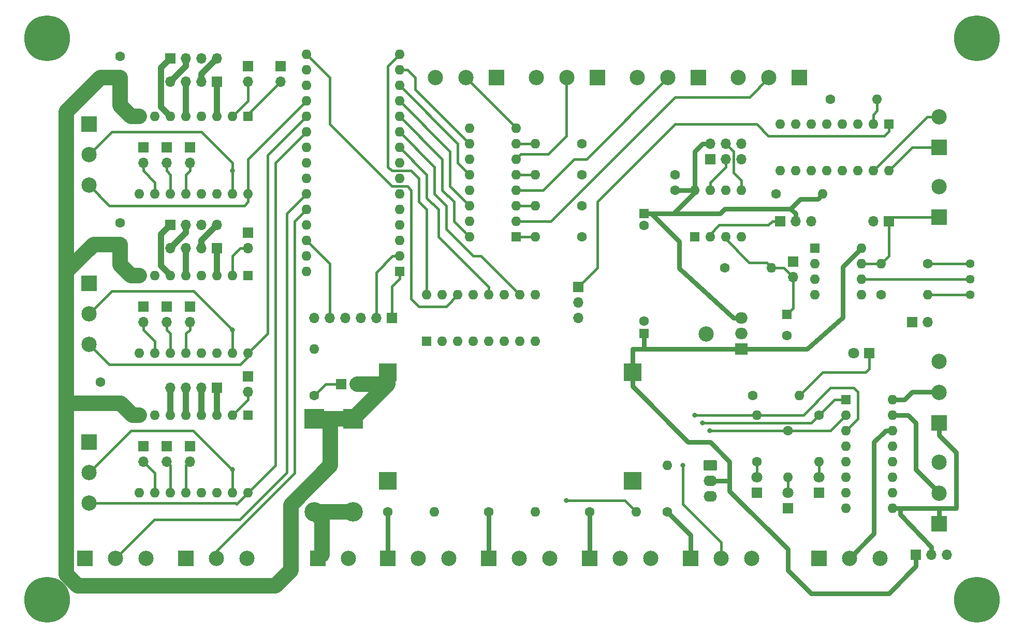
<source format=gtl>
G04 #@! TF.GenerationSoftware,KiCad,Pcbnew,(5.0.2)-1*
G04 #@! TF.CreationDate,2019-11-07T20:44:56+01:00*
G04 #@! TF.ProjectId,MPCNC Nano Estlcam Shield,4d50434e-4320-44e6-916e-6f204573746c,1.4*
G04 #@! TF.SameCoordinates,Original*
G04 #@! TF.FileFunction,Copper,L1,Top*
G04 #@! TF.FilePolarity,Positive*
%FSLAX46Y46*%
G04 Gerber Fmt 4.6, Leading zero omitted, Abs format (unit mm)*
G04 Created by KiCad (PCBNEW (5.0.2)-1) date 07.11.2019 20:44:56*
%MOMM*%
%LPD*%
G01*
G04 APERTURE LIST*
G04 #@! TA.AperFunction,ComponentPad*
%ADD10C,1.800000*%
G04 #@! TD*
G04 #@! TA.AperFunction,ComponentPad*
%ADD11R,1.800000X1.800000*%
G04 #@! TD*
G04 #@! TA.AperFunction,ComponentPad*
%ADD12O,2.000000X1.905000*%
G04 #@! TD*
G04 #@! TA.AperFunction,ComponentPad*
%ADD13R,2.000000X1.905000*%
G04 #@! TD*
G04 #@! TA.AperFunction,ComponentPad*
%ADD14C,1.600000*%
G04 #@! TD*
G04 #@! TA.AperFunction,ComponentPad*
%ADD15R,1.600000X1.600000*%
G04 #@! TD*
G04 #@! TA.AperFunction,ComponentPad*
%ADD16R,3.000000X3.000000*%
G04 #@! TD*
G04 #@! TA.AperFunction,ComponentPad*
%ADD17C,7.500000*%
G04 #@! TD*
G04 #@! TA.AperFunction,ComponentPad*
%ADD18O,1.600000X1.600000*%
G04 #@! TD*
G04 #@! TA.AperFunction,ComponentPad*
%ADD19R,3.200000X3.200000*%
G04 #@! TD*
G04 #@! TA.AperFunction,ComponentPad*
%ADD20O,3.200000X3.200000*%
G04 #@! TD*
G04 #@! TA.AperFunction,ComponentPad*
%ADD21C,1.440000*%
G04 #@! TD*
G04 #@! TA.AperFunction,ComponentPad*
%ADD22R,2.500000X2.500000*%
G04 #@! TD*
G04 #@! TA.AperFunction,ComponentPad*
%ADD23C,2.500000*%
G04 #@! TD*
G04 #@! TA.AperFunction,ComponentPad*
%ADD24O,1.700000X1.700000*%
G04 #@! TD*
G04 #@! TA.AperFunction,ComponentPad*
%ADD25R,1.700000X1.700000*%
G04 #@! TD*
G04 #@! TA.AperFunction,ComponentPad*
%ADD26O,2.200000X1.740000*%
G04 #@! TD*
G04 #@! TA.AperFunction,Conductor*
%ADD27C,0.100000*%
G04 #@! TD*
G04 #@! TA.AperFunction,ComponentPad*
%ADD28C,1.740000*%
G04 #@! TD*
G04 #@! TA.AperFunction,ViaPad*
%ADD29C,0.800000*%
G04 #@! TD*
G04 #@! TA.AperFunction,Conductor*
%ADD30C,0.800000*%
G04 #@! TD*
G04 #@! TA.AperFunction,Conductor*
%ADD31C,0.400000*%
G04 #@! TD*
G04 #@! TA.AperFunction,Conductor*
%ADD32C,1.000000*%
G04 #@! TD*
G04 #@! TA.AperFunction,Conductor*
%ADD33C,2.500000*%
G04 #@! TD*
G04 APERTURE END LIST*
D10*
G04 #@! TO.P,D7,2*
G04 #@! TO.N,/D7_R_LED*
X181520000Y-117220000D03*
D11*
G04 #@! TO.P,D7,1*
G04 #@! TO.N,GND*
X181520000Y-119760000D03*
G04 #@! TD*
D10*
G04 #@! TO.P,D6,2*
G04 #@! TO.N,/D6_R_LED*
X186600000Y-119760000D03*
D11*
G04 #@! TO.P,D6,1*
G04 #@! TO.N,GND*
X186600000Y-122300000D03*
G04 #@! TD*
D10*
G04 #@! TO.P,D5,2*
G04 #@! TO.N,/D5_R_LED*
X191680000Y-117220000D03*
D11*
G04 #@! TO.P,D5,1*
G04 #@! TO.N,GND*
X191680000Y-119760000D03*
G04 #@! TD*
D10*
G04 #@! TO.P,D4,2*
G04 #@! TO.N,VMot*
X116115000Y-101980000D03*
D11*
G04 #@! TO.P,D4,1*
G04 #@! TO.N,/D4_R_LED*
X113575000Y-101980000D03*
G04 #@! TD*
D10*
G04 #@! TO.P,D1,2*
G04 #@! TO.N,+5V*
X197395000Y-96900000D03*
D11*
G04 #@! TO.P,D1,1*
G04 #@! TO.N,/D1_R_LED*
X199935000Y-96900000D03*
G04 #@! TD*
D12*
G04 #@! TO.P,U6,3*
G04 #@! TO.N,+5V*
X178980000Y-91185000D03*
G04 #@! TO.P,U6,2*
G04 #@! TO.N,GND*
X178980000Y-93725000D03*
D13*
G04 #@! TO.P,U6,1*
G04 #@! TO.N,+12V*
X178980000Y-96265000D03*
G04 #@! TD*
D14*
G04 #@! TO.P,C6,2*
G04 #@! TO.N,GND*
X163105000Y-76040000D03*
D15*
G04 #@! TO.P,C6,1*
G04 #@! TO.N,+5V*
X163105000Y-74040000D03*
G04 #@! TD*
D14*
G04 #@! TO.P,C5,2*
G04 #@! TO.N,GND*
X163105000Y-91725000D03*
D15*
G04 #@! TO.P,C5,1*
G04 #@! TO.N,+12V*
X163105000Y-93725000D03*
G04 #@! TD*
D14*
G04 #@! TO.P,C7,2*
G04 #@! TO.N,GND*
X168185000Y-67730000D03*
G04 #@! TO.P,C7,1*
G04 #@! TO.N,+5V*
X168185000Y-70230000D03*
G04 #@! TD*
D16*
G04 #@! TO.P,A5,4*
G04 #@! TO.N,GND*
X161195000Y-117875000D03*
G04 #@! TO.P,A5,3*
G04 #@! TO.N,+12V*
X161195000Y-100075000D03*
G04 #@! TO.P,A5,2*
G04 #@! TO.N,GND*
X121195000Y-117855000D03*
G04 #@! TO.P,A5,1*
G04 #@! TO.N,VMot*
X121182300Y-100062300D03*
G04 #@! TD*
D17*
G04 #@! TO.P,H3,1*
G04 #@! TO.N,N/C*
X217505000Y-45350000D03*
G04 #@! TD*
G04 #@! TO.P,H1,1*
G04 #@! TO.N,N/C*
X65505000Y-137350000D03*
G04 #@! TD*
G04 #@! TO.P,H2,1*
G04 #@! TO.N,N/C*
X217505000Y-137350000D03*
G04 #@! TD*
G04 #@! TO.P,H4,1*
G04 #@! TO.N,N/C*
X65505000Y-45350000D03*
G04 #@! TD*
D18*
G04 #@! TO.P,R7,2*
G04 #@! TO.N,/IN3_R_LED*
X145325000Y-67690000D03*
D14*
G04 #@! TO.P,R7,1*
G04 #@! TO.N,+5V*
X152945000Y-67690000D03*
G04 #@! TD*
D18*
G04 #@! TO.P,R8,2*
G04 #@! TO.N,/IN4_R_LED*
X145325000Y-62610000D03*
D14*
G04 #@! TO.P,R8,1*
G04 #@! TO.N,+5V*
X152945000Y-62610000D03*
G04 #@! TD*
D15*
G04 #@! TO.P,C1,1*
G04 #@! TO.N,Spindle_Speed_Analog_0-5V*
X186473000Y-90550000D03*
D14*
G04 #@! TO.P,C1,2*
G04 #@! TO.N,/C1_to_JP16*
X186473000Y-94050000D03*
G04 #@! TD*
D15*
G04 #@! TO.P,C3,1*
G04 #@! TO.N,VMot*
X77380000Y-79120000D03*
D14*
G04 #@! TO.P,C3,2*
G04 #@! TO.N,GND*
X77380000Y-75620000D03*
G04 #@! TD*
D15*
G04 #@! TO.P,C4,1*
G04 #@! TO.N,VMot*
X74205000Y-105155000D03*
D14*
G04 #@! TO.P,C4,2*
G04 #@! TO.N,GND*
X74205000Y-101655000D03*
G04 #@! TD*
D15*
G04 #@! TO.P,C2,1*
G04 #@! TO.N,VMot*
X77380000Y-51815000D03*
D14*
G04 #@! TO.P,C2,2*
G04 #@! TO.N,GND*
X77380000Y-48315000D03*
G04 #@! TD*
D18*
G04 #@! TO.P,U5,16*
G04 #@! TO.N,/OUT1*
X203745000Y-104520000D03*
G04 #@! TO.P,U5,8*
G04 #@! TO.N,GND*
X196125000Y-122300000D03*
G04 #@! TO.P,U5,15*
G04 #@! TO.N,/OUT2*
X203745000Y-107060000D03*
G04 #@! TO.P,U5,7*
G04 #@! TO.N,N/C*
X196125000Y-119760000D03*
G04 #@! TO.P,U5,14*
G04 #@! TO.N,/OUT3*
X203745000Y-109600000D03*
G04 #@! TO.P,U5,6*
G04 #@! TO.N,N/C*
X196125000Y-117220000D03*
G04 #@! TO.P,U5,13*
X203745000Y-112140000D03*
G04 #@! TO.P,U5,5*
X196125000Y-114680000D03*
G04 #@! TO.P,U5,12*
X203745000Y-114680000D03*
G04 #@! TO.P,U5,4*
X196125000Y-112140000D03*
G04 #@! TO.P,U5,11*
X203745000Y-117220000D03*
G04 #@! TO.P,U5,3*
G04 #@! TO.N,/A3(D4)*
X196125000Y-109600000D03*
G04 #@! TO.P,U5,10*
G04 #@! TO.N,N/C*
X203745000Y-119760000D03*
G04 #@! TO.P,U5,2*
G04 #@! TO.N,/A2(D2)*
X196125000Y-107060000D03*
G04 #@! TO.P,U5,9*
G04 #@! TO.N,/COM*
X203745000Y-122300000D03*
D15*
G04 #@! TO.P,U5,1*
G04 #@! TO.N,/A1(D3)*
X196125000Y-104520000D03*
G04 #@! TD*
D18*
G04 #@! TO.P,U2,16*
G04 #@! TO.N,/E1(D8)*
X134530000Y-77850000D03*
G04 #@! TO.P,U2,8*
G04 #@! TO.N,/IN4*
X142150000Y-60070000D03*
G04 #@! TO.P,U2,15*
G04 #@! TO.N,GND*
X134530000Y-75310000D03*
G04 #@! TO.P,U2,7*
G04 #@! TO.N,/IN4_R_LED*
X142150000Y-62610000D03*
G04 #@! TO.P,U2,14*
G04 #@! TO.N,/E2(D9)*
X134530000Y-72770000D03*
G04 #@! TO.P,U2,6*
G04 #@! TO.N,/IN3*
X142150000Y-65150000D03*
G04 #@! TO.P,U2,13*
G04 #@! TO.N,GND*
X134530000Y-70230000D03*
G04 #@! TO.P,U2,5*
G04 #@! TO.N,/IN3_R_LED*
X142150000Y-67690000D03*
G04 #@! TO.P,U2,12*
G04 #@! TO.N,/E3(D10)*
X134530000Y-67690000D03*
G04 #@! TO.P,U2,4*
G04 #@! TO.N,/IN2*
X142150000Y-70230000D03*
G04 #@! TO.P,U2,11*
G04 #@! TO.N,GND*
X134530000Y-65150000D03*
G04 #@! TO.P,U2,3*
G04 #@! TO.N,/IN2_R_LED*
X142150000Y-72770000D03*
G04 #@! TO.P,U2,10*
G04 #@! TO.N,/E4(D11)*
X134530000Y-62610000D03*
G04 #@! TO.P,U2,2*
G04 #@! TO.N,/IN1*
X142150000Y-75310000D03*
G04 #@! TO.P,U2,9*
G04 #@! TO.N,GND*
X134530000Y-60070000D03*
D15*
G04 #@! TO.P,U2,1*
G04 #@! TO.N,/IN1_R_LED*
X142150000Y-77850000D03*
G04 #@! TD*
D18*
G04 #@! TO.P,U3,16*
G04 #@! TO.N,/E5(D12)*
X127545000Y-87375000D03*
G04 #@! TO.P,U3,8*
G04 #@! TO.N,/IN8*
X145325000Y-94995000D03*
G04 #@! TO.P,U3,15*
G04 #@! TO.N,GND*
X130085000Y-87375000D03*
G04 #@! TO.P,U3,7*
G04 #@! TO.N,/IN8_R_LED*
X142785000Y-94995000D03*
G04 #@! TO.P,U3,14*
G04 #@! TO.N,/E6(D13)*
X132625000Y-87375000D03*
G04 #@! TO.P,U3,6*
G04 #@! TO.N,/IN7*
X140245000Y-94995000D03*
G04 #@! TO.P,U3,13*
G04 #@! TO.N,GND*
X135165000Y-87375000D03*
G04 #@! TO.P,U3,5*
G04 #@! TO.N,/IN7_R_LED*
X137705000Y-94995000D03*
G04 #@! TO.P,U3,12*
G04 #@! TO.N,/E7(D6)*
X137705000Y-87375000D03*
G04 #@! TO.P,U3,4*
G04 #@! TO.N,/IN6*
X135165000Y-94995000D03*
G04 #@! TO.P,U3,11*
G04 #@! TO.N,GND*
X140245000Y-87375000D03*
G04 #@! TO.P,U3,3*
G04 #@! TO.N,/IN6_R_LED*
X132625000Y-94995000D03*
G04 #@! TO.P,U3,10*
G04 #@! TO.N,/E8(D7)*
X142785000Y-87375000D03*
G04 #@! TO.P,U3,2*
G04 #@! TO.N,/IN5*
X130085000Y-94995000D03*
G04 #@! TO.P,U3,9*
G04 #@! TO.N,GND*
X145325000Y-87375000D03*
D15*
G04 #@! TO.P,U3,1*
G04 #@! TO.N,/IN5_R_LED*
X127545000Y-94995000D03*
G04 #@! TD*
D18*
G04 #@! TO.P,U4,16*
G04 #@! TO.N,/FOR*
X203110000Y-67055000D03*
G04 #@! TO.P,U4,8*
G04 #@! TO.N,N/C*
X185330000Y-59435000D03*
G04 #@! TO.P,U4,15*
G04 #@! TO.N,/DCM*
X200570000Y-67055000D03*
G04 #@! TO.P,U4,7*
G04 #@! TO.N,N/C*
X187870000Y-59435000D03*
G04 #@! TO.P,U4,14*
X198030000Y-67055000D03*
G04 #@! TO.P,U4,6*
X190410000Y-59435000D03*
G04 #@! TO.P,U4,13*
X195490000Y-67055000D03*
G04 #@! TO.P,U4,5*
X192950000Y-59435000D03*
G04 #@! TO.P,U4,12*
X192950000Y-67055000D03*
G04 #@! TO.P,U4,4*
X195490000Y-59435000D03*
G04 #@! TO.P,U4,11*
X190410000Y-67055000D03*
G04 #@! TO.P,U4,3*
X198030000Y-59435000D03*
G04 #@! TO.P,U4,10*
X187870000Y-67055000D03*
G04 #@! TO.P,U4,2*
G04 #@! TO.N,/SPINDEL_ON_OFF_R_LED*
X200570000Y-59435000D03*
G04 #@! TO.P,U4,9*
G04 #@! TO.N,N/C*
X185330000Y-67055000D03*
D15*
G04 #@! TO.P,U4,1*
G04 #@! TO.N,/Spindle_ON_OFF*
X203110000Y-59435000D03*
G04 #@! TD*
D18*
G04 #@! TO.P,U7,8*
G04 #@! TO.N,+5V*
X171360000Y-70230000D03*
G04 #@! TO.P,U7,4*
G04 #@! TO.N,GND*
X178980000Y-77850000D03*
G04 #@! TO.P,U7,7*
G04 #@! TO.N,/SCK*
X173900000Y-70230000D03*
G04 #@! TO.P,U7,3*
G04 #@! TO.N,Spindle_Speed_Analog_0-5V*
X176440000Y-77850000D03*
G04 #@! TO.P,U7,6*
G04 #@! TO.N,/MISO*
X176440000Y-70230000D03*
G04 #@! TO.P,U7,2*
G04 #@! TO.N,/SERVO_PPM*
X173900000Y-77850000D03*
G04 #@! TO.P,U7,5*
G04 #@! TO.N,/MOSI*
X178980000Y-70230000D03*
D15*
G04 #@! TO.P,U7,1*
G04 #@! TO.N,/RESET_ATtiny*
X171360000Y-77850000D03*
G04 #@! TD*
D18*
G04 #@! TO.P,U1,8*
G04 #@! TO.N,+12V*
X198665000Y-79755000D03*
G04 #@! TO.P,U1,4*
G04 #@! TO.N,GND*
X191045000Y-87375000D03*
G04 #@! TO.P,U1,7*
G04 #@! TO.N,/VI*
X198665000Y-82295000D03*
G04 #@! TO.P,U1,3*
G04 #@! TO.N,N/C*
X191045000Y-84835000D03*
G04 #@! TO.P,U1,6*
G04 #@! TO.N,/5V_10V*
X198665000Y-84835000D03*
G04 #@! TO.P,U1,2*
G04 #@! TO.N,N/C*
X191045000Y-82295000D03*
G04 #@! TO.P,U1,5*
G04 #@! TO.N,Spindle_Speed_Analog_0-5V*
X198665000Y-87375000D03*
D15*
G04 #@! TO.P,U1,1*
G04 #@! TO.N,N/C*
X191045000Y-79755000D03*
G04 #@! TD*
D19*
G04 #@! TO.P,D2,1*
G04 #@! TO.N,VMot*
X115480000Y-107695000D03*
D20*
G04 #@! TO.P,D2,2*
G04 #@! TO.N,VDC*
X115480000Y-122935000D03*
G04 #@! TD*
D19*
G04 #@! TO.P,D3,1*
G04 #@! TO.N,VMot*
X109130000Y-107695000D03*
D20*
G04 #@! TO.P,D3,2*
G04 #@! TO.N,VDC*
X109130000Y-122935000D03*
G04 #@! TD*
D18*
G04 #@! TO.P,R12,2*
G04 #@! TO.N,/IN8_R_LED*
X166915000Y-115315000D03*
D14*
G04 #@! TO.P,R12,1*
G04 #@! TO.N,+5V*
X166915000Y-122935000D03*
G04 #@! TD*
D18*
G04 #@! TO.P,R4,2*
G04 #@! TO.N,/SPINDEL_ON_OFF_R_LED*
X201205000Y-55350000D03*
D14*
G04 #@! TO.P,R4,1*
G04 #@! TO.N,GND*
X193585000Y-55350000D03*
G04 #@! TD*
D18*
G04 #@! TO.P,R2,2*
G04 #@! TO.N,/RV1_R2*
X209460000Y-87375000D03*
D14*
G04 #@! TO.P,R2,1*
G04 #@! TO.N,GND*
X201840000Y-87375000D03*
G04 #@! TD*
D18*
G04 #@! TO.P,R1,2*
G04 #@! TO.N,Spindle_Speed_Analog_0-5V*
X183933000Y-82930000D03*
D14*
G04 #@! TO.P,R1,1*
G04 #@! TO.N,/Spindle_PWM(D5)*
X176313000Y-82930000D03*
G04 #@! TD*
D18*
G04 #@! TO.P,R5,2*
G04 #@! TO.N,/IN1_R_LED*
X145325000Y-77850000D03*
D14*
G04 #@! TO.P,R5,1*
G04 #@! TO.N,+5V*
X152945000Y-77850000D03*
G04 #@! TD*
D18*
G04 #@! TO.P,R6,2*
G04 #@! TO.N,/IN2_R_LED*
X145325000Y-72770000D03*
D14*
G04 #@! TO.P,R6,1*
G04 #@! TO.N,+5V*
X152945000Y-72770000D03*
G04 #@! TD*
D18*
G04 #@! TO.P,R9,2*
G04 #@! TO.N,/IN5_R_LED*
X128815000Y-122935000D03*
D14*
G04 #@! TO.P,R9,1*
G04 #@! TO.N,+5V*
X121195000Y-122935000D03*
G04 #@! TD*
D18*
G04 #@! TO.P,R11,2*
G04 #@! TO.N,/IN7_R_LED*
X161835000Y-122935000D03*
D14*
G04 #@! TO.P,R11,1*
G04 #@! TO.N,+5V*
X154215000Y-122935000D03*
G04 #@! TD*
D18*
G04 #@! TO.P,R13,2*
G04 #@! TO.N,+5V*
X192315000Y-70865000D03*
D14*
G04 #@! TO.P,R13,1*
G04 #@! TO.N,/RESET_ATtiny*
X184695000Y-70865000D03*
G04 #@! TD*
D18*
G04 #@! TO.P,R14,2*
G04 #@! TO.N,/D1_R_LED*
X188505000Y-103885000D03*
D14*
G04 #@! TO.P,R14,1*
G04 #@! TO.N,GND*
X180885000Y-103885000D03*
G04 #@! TD*
D18*
G04 #@! TO.P,R15,2*
G04 #@! TO.N,GND*
X109130000Y-96265000D03*
D14*
G04 #@! TO.P,R15,1*
G04 #@! TO.N,/D4_R_LED*
X109130000Y-103885000D03*
G04 #@! TD*
D18*
G04 #@! TO.P,R16,2*
G04 #@! TO.N,/D5_R_LED*
X191680000Y-114680000D03*
D14*
G04 #@! TO.P,R16,1*
G04 #@! TO.N,/A1(D3)*
X191680000Y-107060000D03*
G04 #@! TD*
D18*
G04 #@! TO.P,R17,2*
G04 #@! TO.N,/D6_R_LED*
X186600000Y-117220000D03*
D14*
G04 #@! TO.P,R17,1*
G04 #@! TO.N,/A2(D2)*
X186600000Y-109600000D03*
G04 #@! TD*
D18*
G04 #@! TO.P,R18,2*
G04 #@! TO.N,/A3(D4)*
X181520000Y-107060000D03*
D14*
G04 #@! TO.P,R18,1*
G04 #@! TO.N,/D7_R_LED*
X181520000Y-114680000D03*
G04 #@! TD*
D18*
G04 #@! TO.P,R3,2*
G04 #@! TO.N,/VI*
X201840000Y-82295000D03*
D14*
G04 #@! TO.P,R3,1*
G04 #@! TO.N,/R3_RV1*
X209460000Y-82295000D03*
G04 #@! TD*
D18*
G04 #@! TO.P,R10,2*
G04 #@! TO.N,/IN6_R_LED*
X145325000Y-122935000D03*
D14*
G04 #@! TO.P,R10,1*
G04 #@! TO.N,+5V*
X137705000Y-122935000D03*
G04 #@! TD*
D21*
G04 #@! TO.P,RV1,3*
G04 #@! TO.N,/RV1_R2*
X216445000Y-87375000D03*
G04 #@! TO.P,RV1,2*
G04 #@! TO.N,/5V_10V*
X216445000Y-84835000D03*
G04 #@! TO.P,RV1,1*
G04 #@! TO.N,/R3_RV1*
X216445000Y-82295000D03*
G04 #@! TD*
D18*
G04 #@! TO.P,A1,16*
G04 #@! TO.N,/E6(D13)*
X107860000Y-48005000D03*
G04 #@! TO.P,A1,15*
G04 #@! TO.N,/E5(D12)*
X123100000Y-48005000D03*
G04 #@! TO.P,A1,30*
G04 #@! TO.N,N/C*
X107860000Y-83565000D03*
G04 #@! TO.P,A1,14*
G04 #@! TO.N,/E4(D11)*
X123100000Y-50545000D03*
G04 #@! TO.P,A1,29*
G04 #@! TO.N,GND*
X107860000Y-81025000D03*
G04 #@! TO.P,A1,13*
G04 #@! TO.N,/E3(D10)*
X123100000Y-53085000D03*
G04 #@! TO.P,A1,28*
G04 #@! TO.N,/RESET*
X107860000Y-78485000D03*
G04 #@! TO.P,A1,12*
G04 #@! TO.N,/E2(D9)*
X123100000Y-55625000D03*
G04 #@! TO.P,A1,27*
G04 #@! TO.N,+5V*
X107860000Y-75945000D03*
G04 #@! TO.P,A1,11*
G04 #@! TO.N,/E1(D8)*
X123100000Y-58165000D03*
G04 #@! TO.P,A1,26*
G04 #@! TO.N,/Rot.Speed*
X107860000Y-73405000D03*
G04 #@! TO.P,A1,10*
G04 #@! TO.N,/E8(D7)*
X123100000Y-60705000D03*
G04 #@! TO.P,A1,25*
G04 #@! TO.N,/Feedrate*
X107860000Y-70865000D03*
G04 #@! TO.P,A1,9*
G04 #@! TO.N,/E7(D6)*
X123100000Y-63245000D03*
G04 #@! TO.P,A1,24*
G04 #@! TO.N,/Z_STEP*
X107860000Y-68325000D03*
G04 #@! TO.P,A1,8*
G04 #@! TO.N,/Spindle_PWM(D5)*
X123100000Y-65785000D03*
G04 #@! TO.P,A1,23*
G04 #@! TO.N,/Y_STEP*
X107860000Y-65785000D03*
G04 #@! TO.P,A1,7*
G04 #@! TO.N,/Spindle_ON_OFF(D4)*
X123100000Y-68325000D03*
G04 #@! TO.P,A1,22*
G04 #@! TO.N,/X_STEP*
X107860000Y-63245000D03*
G04 #@! TO.P,A1,6*
G04 #@! TO.N,/A1(D3)*
X123100000Y-70865000D03*
G04 #@! TO.P,A1,21*
G04 #@! TO.N,/Z_DIR*
X107860000Y-60705000D03*
G04 #@! TO.P,A1,5*
G04 #@! TO.N,/A2(D2)*
X123100000Y-73405000D03*
G04 #@! TO.P,A1,20*
G04 #@! TO.N,/Y_DIR*
X107860000Y-58165000D03*
G04 #@! TO.P,A1,4*
G04 #@! TO.N,GND*
X123100000Y-75945000D03*
G04 #@! TO.P,A1,19*
G04 #@! TO.N,/X_DIR*
X107860000Y-55625000D03*
G04 #@! TO.P,A1,3*
G04 #@! TO.N,N/C*
X123100000Y-78485000D03*
G04 #@! TO.P,A1,18*
X107860000Y-53085000D03*
G04 #@! TO.P,A1,2*
G04 #@! TO.N,/RX*
X123100000Y-81025000D03*
G04 #@! TO.P,A1,17*
G04 #@! TO.N,+3V3*
X107860000Y-50545000D03*
D15*
G04 #@! TO.P,A1,1*
G04 #@! TO.N,/TX*
X123100000Y-83565000D03*
G04 #@! TD*
D18*
G04 #@! TO.P,A4,16*
G04 #@! TO.N,/Z_DIR*
X98335000Y-119760000D03*
G04 #@! TO.P,A4,8*
G04 #@! TO.N,VMot*
X80555000Y-107060000D03*
G04 #@! TO.P,A4,15*
G04 #@! TO.N,/Z_STEP*
X95795000Y-119760000D03*
G04 #@! TO.P,A4,7*
G04 #@! TO.N,GND*
X83095000Y-107060000D03*
G04 #@! TO.P,A4,14*
G04 #@! TO.N,+5V*
X93255000Y-119760000D03*
G04 #@! TO.P,A4,6*
G04 #@! TO.N,/B2Z*
X85635000Y-107060000D03*
G04 #@! TO.P,A4,13*
G04 #@! TO.N,+5V*
X90715000Y-119760000D03*
G04 #@! TO.P,A4,5*
G04 #@! TO.N,/B1Z*
X88175000Y-107060000D03*
G04 #@! TO.P,A4,12*
G04 #@! TO.N,/M2Z*
X88175000Y-119760000D03*
G04 #@! TO.P,A4,4*
G04 #@! TO.N,/A1Z*
X90715000Y-107060000D03*
G04 #@! TO.P,A4,11*
G04 #@! TO.N,/M1Z*
X85635000Y-119760000D03*
G04 #@! TO.P,A4,3*
G04 #@! TO.N,/A2Z*
X93255000Y-107060000D03*
G04 #@! TO.P,A4,10*
G04 #@! TO.N,/M0Z*
X83095000Y-119760000D03*
G04 #@! TO.P,A4,2*
G04 #@! TO.N,/FLT_Z*
X95795000Y-107060000D03*
G04 #@! TO.P,A4,9*
G04 #@! TO.N,GND*
X80555000Y-119760000D03*
D15*
G04 #@! TO.P,A4,1*
X98335000Y-107060000D03*
G04 #@! TD*
D18*
G04 #@! TO.P,A3,16*
G04 #@! TO.N,/Y_DIR*
X98335000Y-96900000D03*
G04 #@! TO.P,A3,8*
G04 #@! TO.N,VMot*
X80555000Y-84200000D03*
G04 #@! TO.P,A3,15*
G04 #@! TO.N,/Y_STEP*
X95795000Y-96900000D03*
G04 #@! TO.P,A3,7*
G04 #@! TO.N,GND*
X83095000Y-84200000D03*
G04 #@! TO.P,A3,14*
G04 #@! TO.N,+5V*
X93255000Y-96900000D03*
G04 #@! TO.P,A3,6*
G04 #@! TO.N,/B2Y2*
X85635000Y-84200000D03*
G04 #@! TO.P,A3,13*
G04 #@! TO.N,+5V*
X90715000Y-96900000D03*
G04 #@! TO.P,A3,5*
G04 #@! TO.N,/B1Y1*
X88175000Y-84200000D03*
G04 #@! TO.P,A3,12*
G04 #@! TO.N,/M2Y*
X88175000Y-96900000D03*
G04 #@! TO.P,A3,4*
G04 #@! TO.N,/A1Y2*
X90715000Y-84200000D03*
G04 #@! TO.P,A3,11*
G04 #@! TO.N,/M1Y*
X85635000Y-96900000D03*
G04 #@! TO.P,A3,3*
G04 #@! TO.N,/A2Y1*
X93255000Y-84200000D03*
G04 #@! TO.P,A3,10*
G04 #@! TO.N,/M0Y*
X83095000Y-96900000D03*
G04 #@! TO.P,A3,2*
G04 #@! TO.N,/FLT_Y*
X95795000Y-84200000D03*
G04 #@! TO.P,A3,9*
G04 #@! TO.N,GND*
X80555000Y-96900000D03*
D15*
G04 #@! TO.P,A3,1*
X98335000Y-84200000D03*
G04 #@! TD*
D18*
G04 #@! TO.P,A2,16*
G04 #@! TO.N,/X_DIR*
X98335000Y-70865000D03*
G04 #@! TO.P,A2,8*
G04 #@! TO.N,VMot*
X80555000Y-58165000D03*
G04 #@! TO.P,A2,15*
G04 #@! TO.N,/X_STEP*
X95795000Y-70865000D03*
G04 #@! TO.P,A2,7*
G04 #@! TO.N,GND*
X83095000Y-58165000D03*
G04 #@! TO.P,A2,14*
G04 #@! TO.N,+5V*
X93255000Y-70865000D03*
G04 #@! TO.P,A2,6*
G04 #@! TO.N,/B2X2*
X85635000Y-58165000D03*
G04 #@! TO.P,A2,13*
G04 #@! TO.N,+5V*
X90715000Y-70865000D03*
G04 #@! TO.P,A2,5*
G04 #@! TO.N,/B1X1*
X88175000Y-58165000D03*
G04 #@! TO.P,A2,12*
G04 #@! TO.N,/M2X*
X88175000Y-70865000D03*
G04 #@! TO.P,A2,4*
G04 #@! TO.N,/A1X2*
X90715000Y-58165000D03*
G04 #@! TO.P,A2,11*
G04 #@! TO.N,/M1X*
X85635000Y-70865000D03*
G04 #@! TO.P,A2,3*
G04 #@! TO.N,/A2X1*
X93255000Y-58165000D03*
G04 #@! TO.P,A2,10*
G04 #@! TO.N,/M0X*
X83095000Y-70865000D03*
G04 #@! TO.P,A2,2*
G04 #@! TO.N,/FLT_X*
X95795000Y-58165000D03*
G04 #@! TO.P,A2,9*
G04 #@! TO.N,GND*
X80555000Y-70865000D03*
D15*
G04 #@! TO.P,A2,1*
X98335000Y-58165000D03*
G04 #@! TD*
D22*
G04 #@! TO.P,J27,1*
G04 #@! TO.N,GND*
X88175000Y-130555000D03*
D23*
G04 #@! TO.P,J27,2*
G04 #@! TO.N,/Rot.Speed*
X93175000Y-130555000D03*
G04 #@! TO.P,J27,3*
G04 #@! TO.N,+5V*
X98175000Y-130555000D03*
G04 #@! TD*
G04 #@! TO.P,HS1,1*
G04 #@! TO.N,N/C*
X173265000Y-93775000D03*
G04 #@! TD*
G04 #@! TO.P,J17,2*
G04 #@! TO.N,/DCM*
X211365000Y-58245000D03*
D22*
G04 #@! TO.P,J17,1*
G04 #@! TO.N,/FOR*
X211365000Y-63245000D03*
G04 #@! TD*
D23*
G04 #@! TO.P,J16,2*
G04 #@! TO.N,GND*
X211365000Y-69675000D03*
D22*
G04 #@! TO.P,J16,1*
G04 #@! TO.N,/VI*
X211365000Y-74675000D03*
G04 #@! TD*
D23*
G04 #@! TO.P,J1,2*
G04 #@! TO.N,GND*
X114765000Y-130555000D03*
D22*
G04 #@! TO.P,J1,1*
G04 #@! TO.N,VDC*
X109765000Y-130555000D03*
G04 #@! TD*
G04 #@! TO.P,J22,1*
G04 #@! TO.N,+5V*
X121195000Y-130555000D03*
D23*
G04 #@! TO.P,J22,2*
G04 #@! TO.N,/IN5*
X126195000Y-130555000D03*
G04 #@! TO.P,J22,3*
G04 #@! TO.N,GND*
X131195000Y-130555000D03*
G04 #@! TD*
D22*
G04 #@! TO.P,J13,1*
G04 #@! TO.N,/COM*
X211365000Y-124840000D03*
D23*
G04 #@! TO.P,J13,2*
G04 #@! TO.N,/OUT2*
X211365000Y-119840000D03*
G04 #@! TO.P,J13,3*
G04 #@! TO.N,GND*
X211365000Y-114840000D03*
G04 #@! TD*
D22*
G04 #@! TO.P,J14,1*
G04 #@! TO.N,/COM*
X191680000Y-130555000D03*
D23*
G04 #@! TO.P,J14,2*
G04 #@! TO.N,/OUT3*
X196680000Y-130555000D03*
G04 #@! TO.P,J14,3*
G04 #@! TO.N,GND*
X201680000Y-130555000D03*
G04 #@! TD*
D22*
G04 #@! TO.P,J12,1*
G04 #@! TO.N,/COM*
X211365000Y-108330000D03*
D23*
G04 #@! TO.P,J12,2*
G04 #@! TO.N,/OUT1*
X211365000Y-103330000D03*
G04 #@! TO.P,J12,3*
G04 #@! TO.N,GND*
X211365000Y-98330000D03*
G04 #@! TD*
D22*
G04 #@! TO.P,J21,1*
G04 #@! TO.N,+5V*
X138975000Y-51815000D03*
D23*
G04 #@! TO.P,J21,2*
G04 #@! TO.N,/IN4*
X133975000Y-51815000D03*
G04 #@! TO.P,J21,3*
G04 #@! TO.N,GND*
X128975000Y-51815000D03*
G04 #@! TD*
D22*
G04 #@! TO.P,J18,1*
G04 #@! TO.N,+5V*
X188505000Y-51815000D03*
D23*
G04 #@! TO.P,J18,2*
G04 #@! TO.N,/IN1*
X183505000Y-51815000D03*
G04 #@! TO.P,J18,3*
G04 #@! TO.N,GND*
X178505000Y-51815000D03*
G04 #@! TD*
D22*
G04 #@! TO.P,J19,1*
G04 #@! TO.N,+5V*
X171995000Y-51815000D03*
D23*
G04 #@! TO.P,J19,2*
G04 #@! TO.N,/IN2*
X166995000Y-51815000D03*
G04 #@! TO.P,J19,3*
G04 #@! TO.N,GND*
X161995000Y-51815000D03*
G04 #@! TD*
D22*
G04 #@! TO.P,J20,1*
G04 #@! TO.N,+5V*
X155485000Y-51815000D03*
D23*
G04 #@! TO.P,J20,2*
G04 #@! TO.N,/IN3*
X150485000Y-51815000D03*
G04 #@! TO.P,J20,3*
G04 #@! TO.N,GND*
X145485000Y-51815000D03*
G04 #@! TD*
D22*
G04 #@! TO.P,J24,1*
G04 #@! TO.N,+5V*
X154215000Y-130555000D03*
D23*
G04 #@! TO.P,J24,2*
G04 #@! TO.N,/IN7*
X159215000Y-130555000D03*
G04 #@! TO.P,J24,3*
G04 #@! TO.N,GND*
X164215000Y-130555000D03*
G04 #@! TD*
D22*
G04 #@! TO.P,J25,1*
G04 #@! TO.N,+5V*
X170725000Y-130555000D03*
D23*
G04 #@! TO.P,J25,2*
G04 #@! TO.N,/IN8*
X175725000Y-130555000D03*
G04 #@! TO.P,J25,3*
G04 #@! TO.N,GND*
X180725000Y-130555000D03*
G04 #@! TD*
D22*
G04 #@! TO.P,J4,1*
G04 #@! TO.N,GND*
X72300000Y-59435000D03*
D23*
G04 #@! TO.P,J4,2*
G04 #@! TO.N,/X_STEP*
X72300000Y-64435000D03*
G04 #@! TO.P,J4,3*
G04 #@! TO.N,/X_DIR*
X72300000Y-69435000D03*
G04 #@! TD*
D22*
G04 #@! TO.P,J5,1*
G04 #@! TO.N,GND*
X72300000Y-85470000D03*
D23*
G04 #@! TO.P,J5,2*
G04 #@! TO.N,/Y_STEP*
X72300000Y-90470000D03*
G04 #@! TO.P,J5,3*
G04 #@! TO.N,/Y_DIR*
X72300000Y-95470000D03*
G04 #@! TD*
D22*
G04 #@! TO.P,J6,1*
G04 #@! TO.N,GND*
X72300000Y-111505000D03*
D23*
G04 #@! TO.P,J6,2*
G04 #@! TO.N,/Z_STEP*
X72300000Y-116505000D03*
G04 #@! TO.P,J6,3*
G04 #@! TO.N,/Z_DIR*
X72300000Y-121505000D03*
G04 #@! TD*
D22*
G04 #@! TO.P,J23,1*
G04 #@! TO.N,+5V*
X137705000Y-130555000D03*
D23*
G04 #@! TO.P,J23,2*
G04 #@! TO.N,/IN6*
X142705000Y-130555000D03*
G04 #@! TO.P,J23,3*
G04 #@! TO.N,GND*
X147705000Y-130555000D03*
G04 #@! TD*
D22*
G04 #@! TO.P,J26,1*
G04 #@! TO.N,GND*
X71665000Y-130555000D03*
D23*
G04 #@! TO.P,J26,2*
G04 #@! TO.N,/Feedrate*
X76665000Y-130555000D03*
G04 #@! TO.P,J26,3*
G04 #@! TO.N,+5V*
X81665000Y-130555000D03*
G04 #@! TD*
D24*
G04 #@! TO.P,J29,2*
G04 #@! TO.N,GND*
X103669000Y-52450000D03*
D25*
G04 #@! TO.P,J29,1*
G04 #@! TO.N,+3V3*
X103669000Y-49910000D03*
G04 #@! TD*
D24*
G04 #@! TO.P,J28,3*
G04 #@! TO.N,GND*
X190410000Y-75310000D03*
G04 #@! TO.P,J28,2*
G04 #@! TO.N,+5V*
X187870000Y-75310000D03*
D25*
G04 #@! TO.P,J28,1*
G04 #@! TO.N,/SERVO_PPM*
X185330000Y-75310000D03*
G04 #@! TD*
D24*
G04 #@! TO.P,J15,6*
G04 #@! TO.N,GND*
X178980000Y-62610000D03*
G04 #@! TO.P,J15,5*
G04 #@! TO.N,/RESET_ATtiny*
X178980000Y-65150000D03*
G04 #@! TO.P,J15,4*
G04 #@! TO.N,/MOSI*
X176440000Y-62610000D03*
G04 #@! TO.P,J15,3*
G04 #@! TO.N,/SCK*
X176440000Y-65150000D03*
G04 #@! TO.P,J15,2*
G04 #@! TO.N,+5V*
X173900000Y-62610000D03*
D25*
G04 #@! TO.P,J15,1*
G04 #@! TO.N,/MISO*
X173900000Y-65150000D03*
G04 #@! TD*
D24*
G04 #@! TO.P,J3,6*
G04 #@! TO.N,GND*
X109130000Y-91185000D03*
G04 #@! TO.P,J3,5*
G04 #@! TO.N,/RESET*
X111670000Y-91185000D03*
G04 #@! TO.P,J3,4*
G04 #@! TO.N,+5V*
X114210000Y-91185000D03*
G04 #@! TO.P,J3,3*
G04 #@! TO.N,GND*
X116750000Y-91185000D03*
G04 #@! TO.P,J3,2*
G04 #@! TO.N,/RX*
X119290000Y-91185000D03*
D25*
G04 #@! TO.P,J3,1*
G04 #@! TO.N,/TX*
X121830000Y-91185000D03*
G04 #@! TD*
D24*
G04 #@! TO.P,JP2,2*
G04 #@! TO.N,/M1X*
X85000000Y-65785000D03*
D25*
G04 #@! TO.P,JP2,1*
G04 #@! TO.N,+5V*
X85000000Y-63245000D03*
G04 #@! TD*
D24*
G04 #@! TO.P,JP16,2*
G04 #@! TO.N,GND*
X209460000Y-91820000D03*
D25*
G04 #@! TO.P,JP16,1*
G04 #@! TO.N,/C1_to_JP16*
X206920000Y-91820000D03*
G04 #@! TD*
D24*
G04 #@! TO.P,JP17,2*
G04 #@! TO.N,Spindle_Speed_Analog_0-5V*
X187489000Y-84454000D03*
D25*
G04 #@! TO.P,JP17,1*
G04 #@! TO.N,/Spindle_PWM(D5)*
X187489000Y-81914000D03*
G04 #@! TD*
D24*
G04 #@! TO.P,JP3,2*
G04 #@! TO.N,/M2X*
X88810000Y-65785000D03*
D25*
G04 #@! TO.P,JP3,1*
G04 #@! TO.N,+5V*
X88810000Y-63245000D03*
G04 #@! TD*
D24*
G04 #@! TO.P,JP14,3*
G04 #@! TO.N,/A3(D4)*
X152310000Y-91185000D03*
G04 #@! TO.P,JP14,2*
G04 #@! TO.N,/Spindle_ON_OFF(D4)*
X152310000Y-88645000D03*
D25*
G04 #@! TO.P,JP14,1*
G04 #@! TO.N,/Spindle_ON_OFF*
X152310000Y-86105000D03*
G04 #@! TD*
D24*
G04 #@! TO.P,JP13,3*
G04 #@! TO.N,+5V*
X212635000Y-129920000D03*
G04 #@! TO.P,JP13,2*
G04 #@! TO.N,/COM*
X210095000Y-129920000D03*
D25*
G04 #@! TO.P,JP13,1*
G04 #@! TO.N,+12V*
X207555000Y-129920000D03*
G04 #@! TD*
D24*
G04 #@! TO.P,JP8,2*
G04 #@! TO.N,/FLT_Y*
X98335000Y-79755000D03*
D25*
G04 #@! TO.P,JP8,1*
G04 #@! TO.N,+5V*
X98335000Y-77215000D03*
G04 #@! TD*
D26*
G04 #@! TO.P,J2,3*
G04 #@! TO.N,N/C*
X173900000Y-120395000D03*
G04 #@! TO.P,J2,2*
G04 #@! TO.N,+12V*
X173900000Y-117855000D03*
D27*
G04 #@! TD*
G04 #@! TO.N,GND*
G04 #@! TO.C,J2*
G36*
X174774505Y-114446204D02*
X174798773Y-114449804D01*
X174822572Y-114455765D01*
X174845671Y-114464030D01*
X174867850Y-114474520D01*
X174888893Y-114487132D01*
X174908599Y-114501747D01*
X174926777Y-114518223D01*
X174943253Y-114536401D01*
X174957868Y-114556107D01*
X174970480Y-114577150D01*
X174980970Y-114599329D01*
X174989235Y-114622428D01*
X174995196Y-114646227D01*
X174998796Y-114670495D01*
X175000000Y-114694999D01*
X175000000Y-115935001D01*
X174998796Y-115959505D01*
X174995196Y-115983773D01*
X174989235Y-116007572D01*
X174980970Y-116030671D01*
X174970480Y-116052850D01*
X174957868Y-116073893D01*
X174943253Y-116093599D01*
X174926777Y-116111777D01*
X174908599Y-116128253D01*
X174888893Y-116142868D01*
X174867850Y-116155480D01*
X174845671Y-116165970D01*
X174822572Y-116174235D01*
X174798773Y-116180196D01*
X174774505Y-116183796D01*
X174750001Y-116185000D01*
X173049999Y-116185000D01*
X173025495Y-116183796D01*
X173001227Y-116180196D01*
X172977428Y-116174235D01*
X172954329Y-116165970D01*
X172932150Y-116155480D01*
X172911107Y-116142868D01*
X172891401Y-116128253D01*
X172873223Y-116111777D01*
X172856747Y-116093599D01*
X172842132Y-116073893D01*
X172829520Y-116052850D01*
X172819030Y-116030671D01*
X172810765Y-116007572D01*
X172804804Y-115983773D01*
X172801204Y-115959505D01*
X172800000Y-115935001D01*
X172800000Y-114694999D01*
X172801204Y-114670495D01*
X172804804Y-114646227D01*
X172810765Y-114622428D01*
X172819030Y-114599329D01*
X172829520Y-114577150D01*
X172842132Y-114556107D01*
X172856747Y-114536401D01*
X172873223Y-114518223D01*
X172891401Y-114501747D01*
X172911107Y-114487132D01*
X172932150Y-114474520D01*
X172954329Y-114464030D01*
X172977428Y-114455765D01*
X173001227Y-114449804D01*
X173025495Y-114446204D01*
X173049999Y-114445000D01*
X174750001Y-114445000D01*
X174774505Y-114446204D01*
X174774505Y-114446204D01*
G37*
D28*
G04 #@! TO.P,J2,1*
G04 #@! TO.N,GND*
X173900000Y-115315000D03*
G04 #@! TD*
D24*
G04 #@! TO.P,J8,4*
G04 #@! TO.N,/A1X1*
X93255000Y-48640000D03*
G04 #@! TO.P,J8,3*
G04 #@! TO.N,/A1X2*
X90715000Y-48640000D03*
G04 #@! TO.P,J8,2*
G04 #@! TO.N,/B2X1*
X88175000Y-48640000D03*
D25*
G04 #@! TO.P,J8,1*
G04 #@! TO.N,/B2X2*
X85635000Y-48640000D03*
G04 #@! TD*
D24*
G04 #@! TO.P,J7,4*
G04 #@! TO.N,/B2X1*
X85635000Y-52450000D03*
G04 #@! TO.P,J7,3*
G04 #@! TO.N,/B1X1*
X88175000Y-52450000D03*
G04 #@! TO.P,J7,2*
G04 #@! TO.N,/A1X1*
X90715000Y-52450000D03*
D25*
G04 #@! TO.P,J7,1*
G04 #@! TO.N,/A2X1*
X93255000Y-52450000D03*
G04 #@! TD*
D24*
G04 #@! TO.P,J11,4*
G04 #@! TO.N,/B2Z*
X85635000Y-102615000D03*
G04 #@! TO.P,J11,3*
G04 #@! TO.N,/B1Z*
X88175000Y-102615000D03*
G04 #@! TO.P,J11,2*
G04 #@! TO.N,/A1Z*
X90715000Y-102615000D03*
D25*
G04 #@! TO.P,J11,1*
G04 #@! TO.N,/A2Z*
X93255000Y-102615000D03*
G04 #@! TD*
D24*
G04 #@! TO.P,J10,4*
G04 #@! TO.N,/A1Y1*
X93255000Y-75945000D03*
G04 #@! TO.P,J10,3*
G04 #@! TO.N,/A1Y2*
X90715000Y-75945000D03*
G04 #@! TO.P,J10,2*
G04 #@! TO.N,/B2Y1*
X88175000Y-75945000D03*
D25*
G04 #@! TO.P,J10,1*
G04 #@! TO.N,/B2Y2*
X85635000Y-75945000D03*
G04 #@! TD*
D24*
G04 #@! TO.P,J9,4*
G04 #@! TO.N,/B2Y1*
X85635000Y-79755000D03*
G04 #@! TO.P,J9,3*
G04 #@! TO.N,/B1Y1*
X88175000Y-79755000D03*
G04 #@! TO.P,J9,2*
G04 #@! TO.N,/A1Y1*
X90715000Y-79755000D03*
D25*
G04 #@! TO.P,J9,1*
G04 #@! TO.N,/A2Y1*
X93255000Y-79755000D03*
G04 #@! TD*
D24*
G04 #@! TO.P,JP10,2*
G04 #@! TO.N,/M1Z*
X85000000Y-114680000D03*
D25*
G04 #@! TO.P,JP10,1*
G04 #@! TO.N,+5V*
X85000000Y-112140000D03*
G04 #@! TD*
D24*
G04 #@! TO.P,JP5,2*
G04 #@! TO.N,/M0Y*
X81190000Y-91820000D03*
D25*
G04 #@! TO.P,JP5,1*
G04 #@! TO.N,+5V*
X81190000Y-89280000D03*
G04 #@! TD*
D24*
G04 #@! TO.P,JP15,2*
G04 #@! TO.N,/5V_10V*
X200570000Y-75310000D03*
D25*
G04 #@! TO.P,JP15,1*
G04 #@! TO.N,/VI*
X203110000Y-75310000D03*
G04 #@! TD*
D24*
G04 #@! TO.P,JP11,2*
G04 #@! TO.N,/M2Z*
X88810000Y-114680000D03*
D25*
G04 #@! TO.P,JP11,1*
G04 #@! TO.N,+5V*
X88810000Y-112140000D03*
G04 #@! TD*
D24*
G04 #@! TO.P,JP7,2*
G04 #@! TO.N,/M2Y*
X88810000Y-91820000D03*
D25*
G04 #@! TO.P,JP7,1*
G04 #@! TO.N,+5V*
X88810000Y-89280000D03*
G04 #@! TD*
D24*
G04 #@! TO.P,JP6,2*
G04 #@! TO.N,/M1Y*
X85000000Y-91820000D03*
D25*
G04 #@! TO.P,JP6,1*
G04 #@! TO.N,+5V*
X85000000Y-89280000D03*
G04 #@! TD*
D24*
G04 #@! TO.P,JP9,2*
G04 #@! TO.N,/M0Z*
X81190000Y-114680000D03*
D25*
G04 #@! TO.P,JP9,1*
G04 #@! TO.N,+5V*
X81190000Y-112140000D03*
G04 #@! TD*
D24*
G04 #@! TO.P,JP12,2*
G04 #@! TO.N,/FLT_Z*
X98335000Y-103250000D03*
D25*
G04 #@! TO.P,JP12,1*
G04 #@! TO.N,+5V*
X98335000Y-100710000D03*
G04 #@! TD*
D24*
G04 #@! TO.P,JP4,2*
G04 #@! TO.N,/FLT_X*
X98335000Y-52450000D03*
D25*
G04 #@! TO.P,JP4,1*
G04 #@! TO.N,+5V*
X98335000Y-49910000D03*
G04 #@! TD*
D24*
G04 #@! TO.P,JP1,2*
G04 #@! TO.N,/M0X*
X81190000Y-65785000D03*
D25*
G04 #@! TO.P,JP1,1*
G04 #@! TO.N,+5V*
X81190000Y-63245000D03*
G04 #@! TD*
D29*
G04 #@! TO.N,/Z_STEP*
X95795000Y-116019305D03*
G04 #@! TO.N,/Y_STEP*
X95795000Y-93090000D03*
G04 #@! TO.N,/X_STEP*
X95795000Y-67055000D03*
G04 #@! TO.N,/A1(D3)*
X172630000Y-108330000D03*
G04 #@! TO.N,/A2(D2)*
X173830741Y-109600000D03*
G04 #@! TO.N,/A3(D4)*
X171360000Y-107060000D03*
G04 #@! TO.N,/IN8*
X169455000Y-115315000D03*
G04 #@! TO.N,/IN7_R_LED*
X150405000Y-121030000D03*
G04 #@! TD*
D30*
G04 #@! TO.N,+5V*
X171360000Y-63947919D02*
X171360000Y-70230000D01*
X164305000Y-74040000D02*
X168890000Y-78625000D01*
X163105000Y-74040000D02*
X164305000Y-74040000D01*
X154215000Y-122935000D02*
X154215000Y-130555000D01*
X137705000Y-122935000D02*
X137705000Y-130555000D01*
X171360000Y-70630000D02*
X171360000Y-70230000D01*
X167950000Y-74040000D02*
X171360000Y-70630000D01*
X163105000Y-74040000D02*
X167950000Y-74040000D01*
X171360000Y-70230000D02*
X168185000Y-70230000D01*
X164305001Y-74040001D02*
X168890000Y-78625000D01*
X163105000Y-74040000D02*
X164305001Y-74040001D01*
X168890000Y-78625000D02*
X168890000Y-83047500D01*
X172697919Y-62610000D02*
X173900000Y-62610000D01*
X171360000Y-63947919D02*
X172697919Y-62610000D01*
X187870000Y-74107919D02*
X187870000Y-75310000D01*
X187040081Y-73278000D02*
X187870000Y-74107919D01*
X176313000Y-73278000D02*
X187040081Y-73278000D01*
X175551000Y-74040000D02*
X176313000Y-73278000D01*
X164305000Y-74040000D02*
X175551000Y-74040000D01*
X188653082Y-71664999D02*
X187040081Y-73278000D01*
X191515001Y-71664999D02*
X188653082Y-71664999D01*
X192315000Y-70865000D02*
X191515001Y-71664999D01*
X168890000Y-83047500D02*
X177710000Y-91185000D01*
X177710000Y-91185000D02*
X178980000Y-91185000D01*
X170725000Y-126745000D02*
X166915000Y-122935000D01*
X170725000Y-130555000D02*
X170725000Y-126745000D01*
X121195000Y-122935000D02*
X121195000Y-130555000D01*
D31*
G04 #@! TO.N,/Z_STEP*
X95795000Y-119760000D02*
X95795000Y-116019305D01*
X79205000Y-109600000D02*
X72300000Y-116505000D01*
X89378128Y-109600000D02*
X79205000Y-109600000D01*
X95395001Y-115616873D02*
X89378128Y-109600000D01*
X95795000Y-116019305D02*
X95395001Y-115619306D01*
X95395001Y-115619306D02*
X95395001Y-115616873D01*
G04 #@! TO.N,/Z_DIR*
X98335000Y-119760000D02*
X96430000Y-121665000D01*
X102780000Y-115315000D02*
X98335000Y-119760000D01*
X107860000Y-60705000D02*
X102780000Y-65785000D01*
X102780000Y-65785000D02*
X102780000Y-115315000D01*
X96270000Y-121505000D02*
X72300000Y-121505000D01*
X96430000Y-121665000D02*
X96270000Y-121505000D01*
G04 #@! TO.N,/Y_STEP*
X95795000Y-96900000D02*
X95795000Y-93090000D01*
X76030000Y-86740000D02*
X72300000Y-90470000D01*
X95795000Y-93090000D02*
X89445000Y-86740000D01*
X89445000Y-86740000D02*
X76030000Y-86740000D01*
G04 #@! TO.N,/Y_DIR*
X99134999Y-96100001D02*
X98335000Y-96900000D01*
X101510000Y-93725000D02*
X99134999Y-96100001D01*
X107860000Y-58165000D02*
X101510000Y-64515000D01*
X101510000Y-64515000D02*
X101510000Y-93725000D01*
X75635000Y-98805000D02*
X72300000Y-95470000D01*
X97065000Y-98805000D02*
X75635000Y-98805000D01*
X98335000Y-96900000D02*
X98335000Y-97535000D01*
X98335000Y-97535000D02*
X97065000Y-98805000D01*
G04 #@! TO.N,/X_DIR*
X98335000Y-65150000D02*
X98335000Y-70865000D01*
X107860000Y-55625000D02*
X98335000Y-65150000D01*
X75635000Y-72770000D02*
X72300000Y-69435000D01*
X97700000Y-72770000D02*
X75635000Y-72770000D01*
X98335000Y-70865000D02*
X98335000Y-72135000D01*
X98335000Y-72135000D02*
X97700000Y-72770000D01*
G04 #@! TO.N,/X_STEP*
X95795000Y-70865000D02*
X95795000Y-67055000D01*
X76030000Y-60705000D02*
X72300000Y-64435000D01*
X90715000Y-60705000D02*
X76030000Y-60705000D01*
X95795000Y-67055000D02*
X95795000Y-65785000D01*
X95795000Y-65785000D02*
X90715000Y-60705000D01*
G04 #@! TO.N,/TX*
X121830000Y-86035000D02*
X121830000Y-91185000D01*
X123100000Y-83565000D02*
X123100000Y-84765000D01*
X123100000Y-84765000D02*
X121830000Y-86035000D01*
G04 #@! TO.N,/RX*
X119290000Y-83703630D02*
X119290000Y-91185000D01*
X123100000Y-81025000D02*
X121968630Y-81025000D01*
X121968630Y-81025000D02*
X119290000Y-83703630D01*
G04 #@! TO.N,/Feedrate*
X83015000Y-124205000D02*
X76665000Y-130555000D01*
X96938000Y-124205000D02*
X83015000Y-124205000D01*
X104685000Y-116458000D02*
X96938000Y-124205000D01*
X107860000Y-70865000D02*
X104685000Y-74040000D01*
X104685000Y-74040000D02*
X104685000Y-116458000D01*
G04 #@! TO.N,/Rot.Speed*
X93175000Y-129365000D02*
X93175000Y-130555000D01*
X105950681Y-116589319D02*
X93175000Y-129365000D01*
X107860000Y-73405000D02*
X105950681Y-75314319D01*
X105950681Y-75314319D02*
X105950681Y-116589319D01*
G04 #@! TO.N,/Spindle_ON_OFF*
X203109999Y-60635001D02*
X202405000Y-61340000D01*
X203110000Y-59435000D02*
X203109999Y-60635001D01*
X202405000Y-61340000D02*
X183425000Y-61340000D01*
X183425000Y-61340000D02*
X181520000Y-59435000D01*
X155485000Y-72135000D02*
X155485000Y-82930000D01*
X181520000Y-59435000D02*
X168185000Y-59435000D01*
X168185000Y-59435000D02*
X155485000Y-72135000D01*
X155485000Y-82930000D02*
X152310000Y-86105000D01*
D32*
G04 #@! TO.N,/A2Z*
X93255000Y-102615000D02*
X93255000Y-107060000D01*
G04 #@! TO.N,/A1Z*
X90715000Y-102615000D02*
X90715000Y-107060000D01*
G04 #@! TO.N,/B1Z*
X88175000Y-102615000D02*
X88175000Y-107060000D01*
G04 #@! TO.N,/B2Z*
X85635000Y-102615000D02*
X85635000Y-107060000D01*
D31*
G04 #@! TO.N,/FOR*
X206920000Y-63245000D02*
X203110000Y-67055000D01*
X211365000Y-63245000D02*
X206920000Y-63245000D01*
G04 #@! TO.N,/DCM*
X209380000Y-58245000D02*
X200570000Y-67055000D01*
X211365000Y-58245000D02*
X209380000Y-58245000D01*
G04 #@! TO.N,/VI*
X198665000Y-82295000D02*
X201840000Y-82295000D01*
X203110000Y-81025000D02*
X201840000Y-82295000D01*
X203110000Y-75310000D02*
X203110000Y-81025000D01*
X203745000Y-74675000D02*
X203110000Y-75310000D01*
X211365000Y-74675000D02*
X203745000Y-74675000D01*
G04 #@! TO.N,/A1(D3)*
X190410000Y-108330000D02*
X172630000Y-108330000D01*
X196125000Y-104520000D02*
X194220000Y-104520000D01*
X194220000Y-104520000D02*
X190410000Y-108330000D01*
G04 #@! TO.N,/A2(D2)*
X193585000Y-109600000D02*
X173830741Y-109600000D01*
X196125000Y-107060000D02*
X193585000Y-109600000D01*
G04 #@! TO.N,/E5(D12)*
X127545000Y-73405000D02*
X127545000Y-87375000D01*
X126275000Y-72135000D02*
X127545000Y-73405000D01*
X121195000Y-49910000D02*
X121195000Y-66420000D01*
X121195000Y-66420000D02*
X121830000Y-67055000D01*
X123100000Y-48005000D02*
X121195000Y-49910000D01*
X121830000Y-67055000D02*
X125005000Y-67055000D01*
X125005000Y-67055000D02*
X126275000Y-68325000D01*
X126275000Y-68325000D02*
X126275000Y-72135000D01*
G04 #@! TO.N,/E6(D13)*
X111670000Y-51815000D02*
X107860000Y-48005000D01*
X111670000Y-59435000D02*
X111670000Y-51815000D01*
X121830000Y-69595000D02*
X111670000Y-59435000D01*
X130720000Y-89280000D02*
X126275000Y-89280000D01*
X132625000Y-87375000D02*
X130720000Y-89280000D01*
X126275000Y-89280000D02*
X125005000Y-88010000D01*
X125005000Y-88010000D02*
X125005000Y-70230000D01*
X125005000Y-70230000D02*
X124370000Y-69595000D01*
X124370000Y-69595000D02*
X121830000Y-69595000D01*
G04 #@! TO.N,/E7(D6)*
X137705000Y-86105000D02*
X137705000Y-87375000D01*
X129450000Y-77850000D02*
X137705000Y-86105000D01*
X129450000Y-73405000D02*
X129450000Y-77850000D01*
X127545000Y-71500000D02*
X129450000Y-73405000D01*
X123100000Y-63245000D02*
X127545000Y-67690000D01*
X127545000Y-67690000D02*
X127545000Y-71500000D01*
G04 #@! TO.N,/E8(D7)*
X136435000Y-81025000D02*
X141985001Y-86575001D01*
X141985001Y-86575001D02*
X142785000Y-87375000D01*
X128815000Y-66420000D02*
X128815000Y-70865000D01*
X123100000Y-60705000D02*
X128815000Y-66420000D01*
X128815000Y-70865000D02*
X130720000Y-72770000D01*
X130720000Y-72770000D02*
X130720000Y-76580000D01*
X130720000Y-76580000D02*
X135165000Y-81025000D01*
X135165000Y-81025000D02*
X136435000Y-81025000D01*
G04 #@! TO.N,/E4(D11)*
X124370000Y-50545000D02*
X123100000Y-50545000D01*
X125640000Y-51815000D02*
X124370000Y-50545000D01*
X134530000Y-62610000D02*
X125640000Y-53720000D01*
X125640000Y-53720000D02*
X125640000Y-51815000D01*
G04 #@! TO.N,/E3(D10)*
X123100000Y-53085000D02*
X132625000Y-62610000D01*
X132625000Y-65785000D02*
X134530000Y-67690000D01*
X132625000Y-62610000D02*
X132625000Y-65785000D01*
G04 #@! TO.N,/E2(D9)*
X131355000Y-63880000D02*
X131355000Y-69595000D01*
X123100000Y-55625000D02*
X131355000Y-63880000D01*
X131355000Y-69595000D02*
X134530000Y-72770000D01*
G04 #@! TO.N,/E1(D8)*
X131990000Y-75310000D02*
X134530000Y-77850000D01*
X131990000Y-72135000D02*
X131990000Y-75310000D01*
X130085000Y-70230000D02*
X131990000Y-72135000D01*
X123100000Y-58165000D02*
X130085000Y-65150000D01*
X130085000Y-65150000D02*
X130085000Y-70230000D01*
G04 #@! TO.N,/5V_10V*
X198665000Y-84835000D02*
X198705000Y-84795000D01*
X216445000Y-84835000D02*
X198665000Y-84835000D01*
D30*
G04 #@! TO.N,+12V*
X198665000Y-79755000D02*
X197064999Y-81355001D01*
X195617000Y-82803000D02*
X198665000Y-79755000D01*
X195617000Y-91058000D02*
X195617000Y-82803000D01*
X178980000Y-96265000D02*
X189775000Y-96265000D01*
X189775000Y-96265000D02*
X195617000Y-91058000D01*
X173900000Y-117855000D02*
X177075000Y-117855000D01*
X177075000Y-117855000D02*
X177075000Y-114680000D01*
X170325000Y-111505000D02*
X161195000Y-102375000D01*
X173900000Y-111505000D02*
X170325000Y-111505000D01*
X177075000Y-114680000D02*
X173900000Y-111505000D01*
X161195000Y-96265000D02*
X161195000Y-100075000D01*
X161195000Y-102375000D02*
X161195000Y-100075000D01*
X207555000Y-131824000D02*
X207555000Y-129920000D01*
X177075000Y-119530000D02*
X186600000Y-129055000D01*
X177075000Y-117855000D02*
X177075000Y-119530000D01*
X186600000Y-129055000D02*
X186600000Y-132460000D01*
X186600000Y-132460000D02*
X190410000Y-136270000D01*
X190410000Y-136270000D02*
X203109000Y-136270000D01*
X203109000Y-136270000D02*
X207555000Y-131824000D01*
X163105000Y-96265000D02*
X163105000Y-93725000D01*
X163105000Y-96265000D02*
X178980000Y-96265000D01*
X161195000Y-96265000D02*
X163105000Y-96265000D01*
D31*
G04 #@! TO.N,GND*
X98335000Y-57784000D02*
X98335000Y-58165000D01*
X103669000Y-52450000D02*
X98335000Y-57784000D01*
D32*
G04 #@! TO.N,/A2X1*
X93255000Y-58165000D02*
X93255000Y-52450000D01*
G04 #@! TO.N,/B1X1*
X88175000Y-58165000D02*
X88175000Y-52450000D01*
G04 #@! TO.N,/B2X2*
X84084999Y-50190001D02*
X85635000Y-48640000D01*
X84084999Y-56614999D02*
X84084999Y-50190001D01*
X85635000Y-58165000D02*
X84084999Y-56614999D01*
G04 #@! TO.N,/B2Y2*
X84835001Y-83400001D02*
X85635000Y-84200000D01*
X84084999Y-82649999D02*
X84835001Y-83400001D01*
X84084999Y-77495001D02*
X84084999Y-82649999D01*
X85635000Y-75945000D02*
X84084999Y-77495001D01*
G04 #@! TO.N,/B1Y1*
X88175000Y-79755000D02*
X88175000Y-84200000D01*
G04 #@! TO.N,/A2Y1*
X93255000Y-79755000D02*
X93255000Y-84200000D01*
G04 #@! TO.N,/A1Y1*
X90715000Y-78485000D02*
X90715000Y-79755000D01*
X93255000Y-75945000D02*
X90715000Y-78485000D01*
G04 #@! TO.N,/B2Y1*
X88175000Y-77215000D02*
X85635000Y-79755000D01*
X88175000Y-75945000D02*
X88175000Y-77215000D01*
G04 #@! TO.N,/B2X1*
X88175000Y-49910000D02*
X85635000Y-52450000D01*
X88175000Y-48640000D02*
X88175000Y-49910000D01*
G04 #@! TO.N,/A1X1*
X90715000Y-51180000D02*
X90715000Y-52450000D01*
X93255000Y-48640000D02*
X90715000Y-51180000D01*
D31*
G04 #@! TO.N,/FLT_X*
X98335000Y-55625000D02*
X95795000Y-58165000D01*
X98335000Y-52450000D02*
X98335000Y-55625000D01*
G04 #@! TO.N,/FLT_Z*
X98335000Y-104520000D02*
X95795000Y-107060000D01*
X98335000Y-103250000D02*
X98335000Y-104520000D01*
G04 #@! TO.N,/FLT_Y*
X97085000Y-79755000D02*
X98335000Y-79755000D01*
X95795000Y-81045000D02*
X97085000Y-79755000D01*
X95795000Y-84200000D02*
X95795000Y-81045000D01*
G04 #@! TO.N,/A3(D4)*
X198030000Y-103250000D02*
X198030000Y-107695000D01*
X193585000Y-102615000D02*
X197395000Y-102615000D01*
X197395000Y-102615000D02*
X198030000Y-103250000D01*
X171360000Y-107060000D02*
X189140000Y-107060000D01*
X189140000Y-107060000D02*
X193585000Y-102615000D01*
X198030000Y-107695000D02*
X196125000Y-109600000D01*
D30*
G04 #@! TO.N,/COM*
X211365000Y-108330000D02*
X211365000Y-110430000D01*
X211365000Y-110430000D02*
X214159000Y-113224000D01*
X211365000Y-124840000D02*
X211365000Y-122554000D01*
X214159000Y-113224000D02*
X214159000Y-122300000D01*
X203745000Y-122300000D02*
X205015000Y-122300000D01*
X205015000Y-122300000D02*
X214159000Y-122300000D01*
X205015000Y-123383919D02*
X205015000Y-122300000D01*
X210095000Y-129920000D02*
X210095000Y-128650000D01*
X210095000Y-128650000D02*
X205015000Y-123383919D01*
D31*
G04 #@! TO.N,/RESET*
X111670000Y-82295000D02*
X111670000Y-91185000D01*
X107860000Y-78485000D02*
X111670000Y-82295000D01*
G04 #@! TO.N,/MOSI*
X178980000Y-68630000D02*
X178980000Y-70230000D01*
X177710000Y-67360000D02*
X178980000Y-68630000D01*
X177710000Y-63880000D02*
X177710000Y-67360000D01*
X177710000Y-63880000D02*
X176440000Y-62610000D01*
G04 #@! TO.N,/SERVO_PPM*
X173900000Y-77850000D02*
X173900000Y-77450000D01*
X173900000Y-77450000D02*
X175405000Y-75945000D01*
X183445000Y-75945000D02*
X180377000Y-75945000D01*
X184080000Y-75310000D02*
X183445000Y-75945000D01*
X185330000Y-75310000D02*
X184080000Y-75310000D01*
X175405000Y-75945000D02*
X180377000Y-75945000D01*
X180377000Y-75945000D02*
X181540000Y-75945000D01*
G04 #@! TO.N,/MISO*
X176440000Y-70630000D02*
X176440000Y-70230000D01*
G04 #@! TO.N,/SCK*
X173900000Y-68960000D02*
X173900000Y-70230000D01*
X176440000Y-66420000D02*
X173900000Y-68960000D01*
X176440000Y-66420000D02*
X176440000Y-65150000D01*
G04 #@! TO.N,/RESET_ATtiny*
X171360000Y-77450000D02*
X171360000Y-77850000D01*
G04 #@! TO.N,/SPINDEL_ON_OFF_R_LED*
X200570000Y-57905000D02*
X200570000Y-59435000D01*
X201205000Y-57270000D02*
X200570000Y-57905000D01*
X201205000Y-55350000D02*
X201205000Y-57270000D01*
G04 #@! TO.N,Spindle_Speed_Analog_0-5V*
X176440000Y-78250000D02*
X176440000Y-77850000D01*
X180320001Y-82130001D02*
X176440000Y-78250000D01*
X183133001Y-82130001D02*
X180320001Y-82130001D01*
X183933000Y-82930000D02*
X183133001Y-82130001D01*
X185965000Y-82930000D02*
X187489000Y-84454000D01*
X183933000Y-82930000D02*
X185965000Y-82930000D01*
X187489000Y-89534000D02*
X186473000Y-90550000D01*
X187489000Y-84454000D02*
X187489000Y-89534000D01*
G04 #@! TO.N,/M0X*
X83095000Y-68960000D02*
X81190000Y-67055000D01*
X83095000Y-70865000D02*
X83095000Y-68960000D01*
X81190000Y-67055000D02*
X81190000Y-65785000D01*
G04 #@! TO.N,/M1X*
X85635000Y-67690000D02*
X85000000Y-67055000D01*
X85635000Y-70865000D02*
X85635000Y-67690000D01*
X85000000Y-67055000D02*
X85000000Y-65785000D01*
G04 #@! TO.N,/M2Z*
X88175000Y-119760000D02*
X88175000Y-119125000D01*
X88175000Y-115315000D02*
X88810000Y-114680000D01*
X88175000Y-119760000D02*
X88175000Y-115315000D01*
G04 #@! TO.N,/M2Y*
X88175000Y-93725000D02*
X88810000Y-93090000D01*
X88175000Y-96900000D02*
X88175000Y-93725000D01*
X88810000Y-93090000D02*
X88810000Y-91820000D01*
G04 #@! TO.N,/M1Y*
X85635000Y-93725000D02*
X85000000Y-93090000D01*
X85635000Y-96900000D02*
X85635000Y-93725000D01*
X85000000Y-93090000D02*
X85000000Y-91820000D01*
G04 #@! TO.N,/M0Y*
X83095000Y-96900000D02*
X83095000Y-94995000D01*
X83095000Y-94995000D02*
X81190000Y-93090000D01*
X81190000Y-93090000D02*
X81190000Y-91820000D01*
G04 #@! TO.N,/M0Z*
X83095000Y-116585000D02*
X81190000Y-114680000D01*
X83095000Y-119760000D02*
X83095000Y-116585000D01*
G04 #@! TO.N,/M1Z*
X85635000Y-115315000D02*
X85000000Y-114680000D01*
X85635000Y-119760000D02*
X85635000Y-115315000D01*
G04 #@! TO.N,/D1_R_LED*
X199935000Y-96900000D02*
X199935000Y-99440000D01*
X199935000Y-99440000D02*
X199300000Y-100075000D01*
X192315000Y-100075000D02*
X188505000Y-103885000D01*
X192950000Y-100075000D02*
X192315000Y-100075000D01*
X199300000Y-100075000D02*
X192950000Y-100075000D01*
G04 #@! TO.N,/M2X*
X88175000Y-67690000D02*
X88810000Y-67055000D01*
X88175000Y-70865000D02*
X88175000Y-67690000D01*
X88810000Y-67055000D02*
X88810000Y-65785000D01*
D33*
G04 #@! TO.N,VMot*
X73059999Y-79120000D02*
X68614999Y-83565000D01*
X77380000Y-79120000D02*
X73059999Y-79120000D01*
X79160000Y-84200000D02*
X80544999Y-84200000D01*
X77380000Y-82420000D02*
X79160000Y-84200000D01*
X77380000Y-79120000D02*
X77380000Y-82420000D01*
X79410000Y-107060000D02*
X80544999Y-107060000D01*
X77505000Y-105155000D02*
X79410000Y-107060000D01*
X74205000Y-105155000D02*
X77505000Y-105155000D01*
X74205000Y-105155000D02*
X68614999Y-105155000D01*
X68614999Y-105155000D02*
X68614999Y-83565000D01*
X77380000Y-56385000D02*
X79160000Y-58165000D01*
X79160000Y-58165000D02*
X80544999Y-58165000D01*
X77380000Y-51815000D02*
X77380000Y-56385000D01*
X74169998Y-51815000D02*
X77380000Y-51815000D01*
X68614999Y-83565000D02*
X68614999Y-57369999D01*
X68614999Y-57369999D02*
X74169998Y-51815000D01*
X121182300Y-101992700D02*
X115480000Y-107695000D01*
X121182300Y-100062300D02*
X121182300Y-101992700D01*
D31*
X121182300Y-101992700D02*
X121169600Y-101980000D01*
D33*
X114845000Y-107695000D02*
X111670000Y-107695000D01*
X111670000Y-107695000D02*
X109130000Y-107695000D01*
X68614999Y-105155000D02*
X68614999Y-133155001D01*
X121182300Y-101992700D02*
X116225001Y-101992700D01*
X116225001Y-101992700D02*
X116225001Y-101980000D01*
X111791998Y-115315000D02*
X111791998Y-107816998D01*
X111791998Y-107816998D02*
X111670000Y-107695000D01*
X105320000Y-132460000D02*
X105320000Y-121786998D01*
X102780000Y-135000000D02*
X105320000Y-132460000D01*
X70459998Y-135000000D02*
X102780000Y-135000000D01*
X68614999Y-133155001D02*
X70459998Y-135000000D01*
X105320000Y-121786998D02*
X111791998Y-115315000D01*
D31*
G04 #@! TO.N,/D4_R_LED*
X111035000Y-101980000D02*
X109130000Y-103885000D01*
X113575000Y-101980000D02*
X111035000Y-101980000D01*
G04 #@! TO.N,/RV1_R2*
X216445000Y-87375000D02*
X215025001Y-87375000D01*
X213905000Y-87375000D02*
X215025001Y-87375000D01*
X215025001Y-87375000D02*
X209460000Y-87375000D01*
G04 #@! TO.N,/R3_RV1*
X209460000Y-82295000D02*
X216445000Y-82295000D01*
D33*
G04 #@! TO.N,VDC*
X109130000Y-122935000D02*
X115480000Y-122935000D01*
D31*
X109765000Y-123570000D02*
X109130000Y-122935000D01*
D33*
X110400000Y-129920000D02*
X109765000Y-130555000D01*
X109130000Y-122935000D02*
X110400000Y-124205000D01*
X110400000Y-124205000D02*
X110400000Y-129920000D01*
D31*
G04 #@! TO.N,/D5_R_LED*
X191680000Y-114680000D02*
X191680000Y-117220000D01*
G04 #@! TO.N,/D6_R_LED*
X186600000Y-117220000D02*
X186600000Y-119760000D01*
G04 #@! TO.N,/D7_R_LED*
X181520000Y-114680000D02*
X181520000Y-117220000D01*
G04 #@! TO.N,/IN8*
X169455000Y-121665000D02*
X169455000Y-115315000D01*
X175725000Y-127935000D02*
X169455000Y-121665000D01*
X175805000Y-130555000D02*
X175725000Y-130475000D01*
X175725000Y-130475000D02*
X175725000Y-127935000D01*
G04 #@! TO.N,/IN1*
X147865000Y-75310000D02*
X142150000Y-75310000D01*
X168185000Y-54990000D02*
X147865000Y-75310000D01*
X180250000Y-54990000D02*
X168185000Y-54990000D01*
X183505000Y-51815000D02*
X180330000Y-54990000D01*
G04 #@! TO.N,/IN2*
X146595000Y-70230000D02*
X142150000Y-70230000D01*
X151675000Y-65150000D02*
X146595000Y-70230000D01*
X153660000Y-65150000D02*
X151675000Y-65150000D01*
X153660000Y-65150000D02*
X166995000Y-51815000D01*
G04 #@! TO.N,/IN3*
X150405000Y-51895000D02*
X150485000Y-51815000D01*
X150405000Y-61340000D02*
X150405000Y-51895000D01*
X147394999Y-64350001D02*
X150405000Y-61340000D01*
X142150000Y-65150000D02*
X142949999Y-64350001D01*
X142949999Y-64350001D02*
X147394999Y-64350001D01*
G04 #@! TO.N,/IN4*
X142150000Y-59990000D02*
X142150000Y-60070000D01*
X133975000Y-51815000D02*
X142150000Y-59990000D01*
G04 #@! TO.N,/IN1_R_LED*
X142150000Y-77850000D02*
X145325000Y-77850000D01*
G04 #@! TO.N,/IN2_R_LED*
X142150000Y-72770000D02*
X145325000Y-72770000D01*
G04 #@! TO.N,/IN3_R_LED*
X142150000Y-67690000D02*
X145325000Y-67690000D01*
G04 #@! TO.N,/IN4_R_LED*
X142150000Y-62610000D02*
X145325000Y-62610000D01*
G04 #@! TO.N,/IN7_R_LED*
X159930000Y-121030000D02*
X161835000Y-122935000D01*
X150405000Y-121030000D02*
X159930000Y-121030000D01*
D30*
G04 #@! TO.N,/OUT3*
X196760000Y-130475000D02*
X196760000Y-130555000D01*
X200708630Y-126526370D02*
X196760000Y-130475000D01*
X200708630Y-111505000D02*
X200708630Y-126526370D01*
X203745000Y-109600000D02*
X202613630Y-109600000D01*
X202613630Y-109600000D02*
X200708630Y-111505000D01*
G04 #@! TO.N,/OUT2*
X207555000Y-115950000D02*
X211365000Y-119760000D01*
X207555000Y-108330000D02*
X207555000Y-115950000D01*
X203745000Y-107060000D02*
X206285000Y-107060000D01*
X206285000Y-107060000D02*
X207555000Y-108330000D01*
G04 #@! TO.N,/OUT1*
X205650000Y-104520000D02*
X203745000Y-104520000D01*
X206920000Y-103250000D02*
X205650000Y-104520000D01*
X211365000Y-103250000D02*
X206920000Y-103250000D01*
G04 #@! TD*
M02*

</source>
